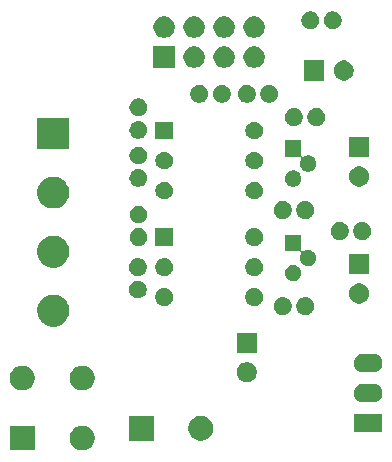
<source format=gbr>
G04 #@! TF.GenerationSoftware,KiCad,Pcbnew,(5.1.5)-3*
G04 #@! TF.CreationDate,2020-04-11T23:24:35-04:00*
G04 #@! TF.ProjectId,Doorbell,446f6f72-6265-46c6-9c2e-6b696361645f,v1*
G04 #@! TF.SameCoordinates,Original*
G04 #@! TF.FileFunction,Soldermask,Bot*
G04 #@! TF.FilePolarity,Negative*
%FSLAX46Y46*%
G04 Gerber Fmt 4.6, Leading zero omitted, Abs format (unit mm)*
G04 Created by KiCad (PCBNEW (5.1.5)-3) date 2020-04-11 23:24:35*
%MOMM*%
%LPD*%
G04 APERTURE LIST*
%ADD10C,0.100000*%
G04 APERTURE END LIST*
D10*
G36*
X139689064Y-100335389D02*
G01*
X139880333Y-100414615D01*
X139880335Y-100414616D01*
X140052473Y-100529635D01*
X140198865Y-100676027D01*
X140299785Y-100827064D01*
X140313885Y-100848167D01*
X140393111Y-101039436D01*
X140433500Y-101242484D01*
X140433500Y-101449516D01*
X140393111Y-101652564D01*
X140313885Y-101843833D01*
X140313884Y-101843835D01*
X140198865Y-102015973D01*
X140052473Y-102162365D01*
X139880335Y-102277384D01*
X139880334Y-102277385D01*
X139880333Y-102277385D01*
X139689064Y-102356611D01*
X139486016Y-102397000D01*
X139278984Y-102397000D01*
X139075936Y-102356611D01*
X138884667Y-102277385D01*
X138884666Y-102277385D01*
X138884665Y-102277384D01*
X138712527Y-102162365D01*
X138566135Y-102015973D01*
X138451116Y-101843835D01*
X138451115Y-101843833D01*
X138371889Y-101652564D01*
X138331500Y-101449516D01*
X138331500Y-101242484D01*
X138371889Y-101039436D01*
X138451115Y-100848167D01*
X138465216Y-100827064D01*
X138566135Y-100676027D01*
X138712527Y-100529635D01*
X138884665Y-100414616D01*
X138884667Y-100414615D01*
X139075936Y-100335389D01*
X139278984Y-100295000D01*
X139486016Y-100295000D01*
X139689064Y-100335389D01*
G37*
G36*
X135353500Y-102397000D02*
G01*
X133251500Y-102397000D01*
X133251500Y-100295000D01*
X135353500Y-100295000D01*
X135353500Y-102397000D01*
G37*
G36*
X145450000Y-101571500D02*
G01*
X143348000Y-101571500D01*
X143348000Y-99469500D01*
X145450000Y-99469500D01*
X145450000Y-101571500D01*
G37*
G36*
X149705564Y-99509889D02*
G01*
X149896833Y-99589115D01*
X149896835Y-99589116D01*
X150068973Y-99704135D01*
X150215365Y-99850527D01*
X150330385Y-100022667D01*
X150409611Y-100213936D01*
X150450000Y-100416984D01*
X150450000Y-100624016D01*
X150409611Y-100827064D01*
X150330385Y-101018333D01*
X150330384Y-101018335D01*
X150215365Y-101190473D01*
X150068973Y-101336865D01*
X149896835Y-101451884D01*
X149896834Y-101451885D01*
X149896833Y-101451885D01*
X149705564Y-101531111D01*
X149502516Y-101571500D01*
X149295484Y-101571500D01*
X149092436Y-101531111D01*
X148901167Y-101451885D01*
X148901166Y-101451885D01*
X148901165Y-101451884D01*
X148729027Y-101336865D01*
X148582635Y-101190473D01*
X148467616Y-101018335D01*
X148467615Y-101018333D01*
X148388389Y-100827064D01*
X148348000Y-100624016D01*
X148348000Y-100416984D01*
X148388389Y-100213936D01*
X148467615Y-100022667D01*
X148582635Y-99850527D01*
X148729027Y-99704135D01*
X148901165Y-99589116D01*
X148901167Y-99589115D01*
X149092436Y-99509889D01*
X149295484Y-99469500D01*
X149502516Y-99469500D01*
X149705564Y-99509889D01*
G37*
G36*
X164777000Y-100877000D02*
G01*
X162375000Y-100877000D01*
X162375000Y-99275000D01*
X164777000Y-99275000D01*
X164777000Y-100877000D01*
G37*
G36*
X164054571Y-96738863D02*
G01*
X164133023Y-96746590D01*
X164233682Y-96777125D01*
X164284013Y-96792392D01*
X164423165Y-96866771D01*
X164545133Y-96966867D01*
X164645229Y-97088835D01*
X164719608Y-97227987D01*
X164719608Y-97227988D01*
X164765410Y-97378977D01*
X164780875Y-97536000D01*
X164765410Y-97693023D01*
X164734875Y-97793682D01*
X164719608Y-97844013D01*
X164645229Y-97983165D01*
X164545133Y-98105133D01*
X164423165Y-98205229D01*
X164284013Y-98279608D01*
X164233682Y-98294875D01*
X164133023Y-98325410D01*
X164054571Y-98333137D01*
X164015346Y-98337000D01*
X163136654Y-98337000D01*
X163097429Y-98333137D01*
X163018977Y-98325410D01*
X162918318Y-98294875D01*
X162867987Y-98279608D01*
X162728835Y-98205229D01*
X162606867Y-98105133D01*
X162506771Y-97983165D01*
X162432392Y-97844013D01*
X162417125Y-97793682D01*
X162386590Y-97693023D01*
X162371125Y-97536000D01*
X162386590Y-97378977D01*
X162432392Y-97227988D01*
X162432392Y-97227987D01*
X162506771Y-97088835D01*
X162606867Y-96966867D01*
X162728835Y-96866771D01*
X162867987Y-96792392D01*
X162918318Y-96777125D01*
X163018977Y-96746590D01*
X163097429Y-96738863D01*
X163136654Y-96735000D01*
X164015346Y-96735000D01*
X164054571Y-96738863D01*
G37*
G36*
X134609064Y-95255389D02*
G01*
X134800333Y-95334615D01*
X134800335Y-95334616D01*
X134865862Y-95378400D01*
X134972473Y-95449635D01*
X135118865Y-95596027D01*
X135233885Y-95768167D01*
X135313111Y-95959436D01*
X135353500Y-96162484D01*
X135353500Y-96369516D01*
X135313111Y-96572564D01*
X135245828Y-96735000D01*
X135233884Y-96763835D01*
X135118865Y-96935973D01*
X134972473Y-97082365D01*
X134800335Y-97197384D01*
X134800334Y-97197385D01*
X134800333Y-97197385D01*
X134609064Y-97276611D01*
X134406016Y-97317000D01*
X134198984Y-97317000D01*
X133995936Y-97276611D01*
X133804667Y-97197385D01*
X133804666Y-97197385D01*
X133804665Y-97197384D01*
X133632527Y-97082365D01*
X133486135Y-96935973D01*
X133371116Y-96763835D01*
X133359172Y-96735000D01*
X133291889Y-96572564D01*
X133251500Y-96369516D01*
X133251500Y-96162484D01*
X133291889Y-95959436D01*
X133371115Y-95768167D01*
X133486135Y-95596027D01*
X133632527Y-95449635D01*
X133739138Y-95378400D01*
X133804665Y-95334616D01*
X133804667Y-95334615D01*
X133995936Y-95255389D01*
X134198984Y-95215000D01*
X134406016Y-95215000D01*
X134609064Y-95255389D01*
G37*
G36*
X139689064Y-95255389D02*
G01*
X139880333Y-95334615D01*
X139880335Y-95334616D01*
X139945862Y-95378400D01*
X140052473Y-95449635D01*
X140198865Y-95596027D01*
X140313885Y-95768167D01*
X140393111Y-95959436D01*
X140433500Y-96162484D01*
X140433500Y-96369516D01*
X140393111Y-96572564D01*
X140325828Y-96735000D01*
X140313884Y-96763835D01*
X140198865Y-96935973D01*
X140052473Y-97082365D01*
X139880335Y-97197384D01*
X139880334Y-97197385D01*
X139880333Y-97197385D01*
X139689064Y-97276611D01*
X139486016Y-97317000D01*
X139278984Y-97317000D01*
X139075936Y-97276611D01*
X138884667Y-97197385D01*
X138884666Y-97197385D01*
X138884665Y-97197384D01*
X138712527Y-97082365D01*
X138566135Y-96935973D01*
X138451116Y-96763835D01*
X138439172Y-96735000D01*
X138371889Y-96572564D01*
X138331500Y-96369516D01*
X138331500Y-96162484D01*
X138371889Y-95959436D01*
X138451115Y-95768167D01*
X138566135Y-95596027D01*
X138712527Y-95449635D01*
X138819138Y-95378400D01*
X138884665Y-95334616D01*
X138884667Y-95334615D01*
X139075936Y-95255389D01*
X139278984Y-95215000D01*
X139486016Y-95215000D01*
X139689064Y-95255389D01*
G37*
G36*
X153537228Y-94963203D02*
G01*
X153692100Y-95027353D01*
X153831481Y-95120485D01*
X153950015Y-95239019D01*
X154043147Y-95378400D01*
X154107297Y-95533272D01*
X154140000Y-95697684D01*
X154140000Y-95865316D01*
X154107297Y-96029728D01*
X154043147Y-96184600D01*
X153950015Y-96323981D01*
X153831481Y-96442515D01*
X153692100Y-96535647D01*
X153537228Y-96599797D01*
X153372816Y-96632500D01*
X153205184Y-96632500D01*
X153040772Y-96599797D01*
X152885900Y-96535647D01*
X152746519Y-96442515D01*
X152627985Y-96323981D01*
X152534853Y-96184600D01*
X152470703Y-96029728D01*
X152438000Y-95865316D01*
X152438000Y-95697684D01*
X152470703Y-95533272D01*
X152534853Y-95378400D01*
X152627985Y-95239019D01*
X152746519Y-95120485D01*
X152885900Y-95027353D01*
X153040772Y-94963203D01*
X153205184Y-94930500D01*
X153372816Y-94930500D01*
X153537228Y-94963203D01*
G37*
G36*
X164054571Y-94198863D02*
G01*
X164133023Y-94206590D01*
X164233682Y-94237125D01*
X164284013Y-94252392D01*
X164423165Y-94326771D01*
X164545133Y-94426867D01*
X164645229Y-94548835D01*
X164719608Y-94687987D01*
X164719608Y-94687988D01*
X164765410Y-94838977D01*
X164780875Y-94996000D01*
X164765410Y-95153023D01*
X164746609Y-95215000D01*
X164719608Y-95304013D01*
X164645229Y-95443165D01*
X164545133Y-95565133D01*
X164423165Y-95665229D01*
X164284013Y-95739608D01*
X164233682Y-95754875D01*
X164133023Y-95785410D01*
X164054571Y-95793137D01*
X164015346Y-95797000D01*
X163136654Y-95797000D01*
X163097429Y-95793137D01*
X163018977Y-95785410D01*
X162918318Y-95754875D01*
X162867987Y-95739608D01*
X162728835Y-95665229D01*
X162606867Y-95565133D01*
X162506771Y-95443165D01*
X162432392Y-95304013D01*
X162405391Y-95215000D01*
X162386590Y-95153023D01*
X162371125Y-94996000D01*
X162386590Y-94838977D01*
X162432392Y-94687988D01*
X162432392Y-94687987D01*
X162506771Y-94548835D01*
X162606867Y-94426867D01*
X162728835Y-94326771D01*
X162867987Y-94252392D01*
X162918318Y-94237125D01*
X163018977Y-94206590D01*
X163097429Y-94198863D01*
X163136654Y-94195000D01*
X164015346Y-94195000D01*
X164054571Y-94198863D01*
G37*
G36*
X154140000Y-94132500D02*
G01*
X152438000Y-94132500D01*
X152438000Y-92430500D01*
X154140000Y-92430500D01*
X154140000Y-94132500D01*
G37*
G36*
X137312772Y-89265918D02*
G01*
X137545289Y-89362229D01*
X137558639Y-89367759D01*
X137657070Y-89433529D01*
X137763242Y-89504471D01*
X137779912Y-89515610D01*
X137968090Y-89703788D01*
X138077913Y-89868148D01*
X138115942Y-89925063D01*
X138217782Y-90170928D01*
X138269700Y-90431937D01*
X138269700Y-90698063D01*
X138242356Y-90835528D01*
X138217782Y-90959072D01*
X138115941Y-91204939D01*
X137968090Y-91426212D01*
X137779912Y-91614390D01*
X137558639Y-91762241D01*
X137558638Y-91762242D01*
X137558637Y-91762242D01*
X137312772Y-91864082D01*
X137051763Y-91916000D01*
X136785637Y-91916000D01*
X136524628Y-91864082D01*
X136278763Y-91762242D01*
X136278762Y-91762242D01*
X136278761Y-91762241D01*
X136057488Y-91614390D01*
X135869310Y-91426212D01*
X135721459Y-91204939D01*
X135619618Y-90959072D01*
X135595044Y-90835528D01*
X135567700Y-90698063D01*
X135567700Y-90431937D01*
X135619618Y-90170928D01*
X135721458Y-89925063D01*
X135759488Y-89868148D01*
X135869310Y-89703788D01*
X136057488Y-89515610D01*
X136074159Y-89504471D01*
X136180330Y-89433529D01*
X136278761Y-89367759D01*
X136292112Y-89362229D01*
X136524628Y-89265918D01*
X136785637Y-89214000D01*
X137051763Y-89214000D01*
X137312772Y-89265918D01*
G37*
G36*
X158461059Y-89447860D02*
G01*
X158543401Y-89481967D01*
X158597732Y-89504472D01*
X158720735Y-89586660D01*
X158825340Y-89691265D01*
X158873761Y-89763732D01*
X158907529Y-89814270D01*
X158929846Y-89868148D01*
X158964140Y-89950941D01*
X158993000Y-90096033D01*
X158993000Y-90243967D01*
X158964140Y-90389059D01*
X158907528Y-90525732D01*
X158825340Y-90648735D01*
X158720735Y-90753340D01*
X158597732Y-90835528D01*
X158597731Y-90835529D01*
X158597730Y-90835529D01*
X158461059Y-90892140D01*
X158315968Y-90921000D01*
X158168032Y-90921000D01*
X158022941Y-90892140D01*
X157886270Y-90835529D01*
X157886269Y-90835529D01*
X157886268Y-90835528D01*
X157763265Y-90753340D01*
X157658660Y-90648735D01*
X157576472Y-90525732D01*
X157519860Y-90389059D01*
X157491000Y-90243967D01*
X157491000Y-90096033D01*
X157519860Y-89950941D01*
X157554154Y-89868148D01*
X157576471Y-89814270D01*
X157610239Y-89763732D01*
X157658660Y-89691265D01*
X157763265Y-89586660D01*
X157886268Y-89504472D01*
X157940600Y-89481967D01*
X158022941Y-89447860D01*
X158168032Y-89419000D01*
X158315968Y-89419000D01*
X158461059Y-89447860D01*
G37*
G36*
X156561059Y-89447860D02*
G01*
X156643401Y-89481967D01*
X156697732Y-89504472D01*
X156820735Y-89586660D01*
X156925340Y-89691265D01*
X156973761Y-89763732D01*
X157007529Y-89814270D01*
X157029846Y-89868148D01*
X157064140Y-89950941D01*
X157093000Y-90096033D01*
X157093000Y-90243967D01*
X157064140Y-90389059D01*
X157007528Y-90525732D01*
X156925340Y-90648735D01*
X156820735Y-90753340D01*
X156697732Y-90835528D01*
X156697731Y-90835529D01*
X156697730Y-90835529D01*
X156561059Y-90892140D01*
X156415968Y-90921000D01*
X156268032Y-90921000D01*
X156122941Y-90892140D01*
X155986270Y-90835529D01*
X155986269Y-90835529D01*
X155986268Y-90835528D01*
X155863265Y-90753340D01*
X155758660Y-90648735D01*
X155676472Y-90525732D01*
X155619860Y-90389059D01*
X155591000Y-90243967D01*
X155591000Y-90096033D01*
X155619860Y-89950941D01*
X155654154Y-89868148D01*
X155676471Y-89814270D01*
X155710239Y-89763732D01*
X155758660Y-89691265D01*
X155863265Y-89586660D01*
X155986268Y-89504472D01*
X156040600Y-89481967D01*
X156122941Y-89447860D01*
X156268032Y-89419000D01*
X156415968Y-89419000D01*
X156561059Y-89447860D01*
G37*
G36*
X146523059Y-88685860D02*
G01*
X146659732Y-88742472D01*
X146782735Y-88824660D01*
X146887340Y-88929265D01*
X146969528Y-89052268D01*
X146969529Y-89052270D01*
X147026140Y-89188941D01*
X147055000Y-89334032D01*
X147055000Y-89481968D01*
X147048012Y-89517100D01*
X147026140Y-89627059D01*
X146969528Y-89763732D01*
X146887340Y-89886735D01*
X146782735Y-89991340D01*
X146659732Y-90073528D01*
X146659731Y-90073529D01*
X146659730Y-90073529D01*
X146523059Y-90130140D01*
X146377968Y-90159000D01*
X146230032Y-90159000D01*
X146084941Y-90130140D01*
X145948270Y-90073529D01*
X145948269Y-90073529D01*
X145948268Y-90073528D01*
X145825265Y-89991340D01*
X145720660Y-89886735D01*
X145638472Y-89763732D01*
X145581860Y-89627059D01*
X145559988Y-89517100D01*
X145553000Y-89481968D01*
X145553000Y-89334032D01*
X145581860Y-89188941D01*
X145638471Y-89052270D01*
X145638472Y-89052268D01*
X145720660Y-88929265D01*
X145825265Y-88824660D01*
X145948268Y-88742472D01*
X146084941Y-88685860D01*
X146230032Y-88657000D01*
X146377968Y-88657000D01*
X146523059Y-88685860D01*
G37*
G36*
X154143059Y-88685860D02*
G01*
X154279732Y-88742472D01*
X154402735Y-88824660D01*
X154507340Y-88929265D01*
X154589528Y-89052268D01*
X154589529Y-89052270D01*
X154646140Y-89188941D01*
X154675000Y-89334032D01*
X154675000Y-89481968D01*
X154668012Y-89517100D01*
X154646140Y-89627059D01*
X154589528Y-89763732D01*
X154507340Y-89886735D01*
X154402735Y-89991340D01*
X154279732Y-90073528D01*
X154279731Y-90073529D01*
X154279730Y-90073529D01*
X154143059Y-90130140D01*
X153997968Y-90159000D01*
X153850032Y-90159000D01*
X153704941Y-90130140D01*
X153568270Y-90073529D01*
X153568269Y-90073529D01*
X153568268Y-90073528D01*
X153445265Y-89991340D01*
X153340660Y-89886735D01*
X153258472Y-89763732D01*
X153201860Y-89627059D01*
X153179988Y-89517100D01*
X153173000Y-89481968D01*
X153173000Y-89334032D01*
X153201860Y-89188941D01*
X153258471Y-89052270D01*
X153258472Y-89052268D01*
X153340660Y-88929265D01*
X153445265Y-88824660D01*
X153568268Y-88742472D01*
X153704941Y-88685860D01*
X153850032Y-88657000D01*
X153997968Y-88657000D01*
X154143059Y-88685860D01*
G37*
G36*
X163062228Y-88295703D02*
G01*
X163217100Y-88359853D01*
X163356481Y-88452985D01*
X163475015Y-88571519D01*
X163568147Y-88710900D01*
X163632297Y-88865772D01*
X163665000Y-89030184D01*
X163665000Y-89197816D01*
X163632297Y-89362228D01*
X163568147Y-89517100D01*
X163475015Y-89656481D01*
X163356481Y-89775015D01*
X163217100Y-89868147D01*
X163062228Y-89932297D01*
X162897816Y-89965000D01*
X162730184Y-89965000D01*
X162565772Y-89932297D01*
X162410900Y-89868147D01*
X162271519Y-89775015D01*
X162152985Y-89656481D01*
X162059853Y-89517100D01*
X161995703Y-89362228D01*
X161963000Y-89197816D01*
X161963000Y-89030184D01*
X161995703Y-88865772D01*
X162059853Y-88710900D01*
X162152985Y-88571519D01*
X162271519Y-88452985D01*
X162410900Y-88359853D01*
X162565772Y-88295703D01*
X162730184Y-88263000D01*
X162897816Y-88263000D01*
X163062228Y-88295703D01*
G37*
G36*
X144300559Y-88045860D02*
G01*
X144375738Y-88077000D01*
X144437232Y-88102472D01*
X144560235Y-88184660D01*
X144664840Y-88289265D01*
X144712005Y-88359853D01*
X144747029Y-88412270D01*
X144803640Y-88548941D01*
X144832500Y-88694032D01*
X144832500Y-88841968D01*
X144803640Y-88987059D01*
X144776630Y-89052268D01*
X144747028Y-89123732D01*
X144664840Y-89246735D01*
X144560235Y-89351340D01*
X144437232Y-89433528D01*
X144437231Y-89433529D01*
X144437230Y-89433529D01*
X144300559Y-89490140D01*
X144155468Y-89519000D01*
X144007532Y-89519000D01*
X143862441Y-89490140D01*
X143725770Y-89433529D01*
X143725769Y-89433529D01*
X143725768Y-89433528D01*
X143602765Y-89351340D01*
X143498160Y-89246735D01*
X143415972Y-89123732D01*
X143386371Y-89052268D01*
X143359360Y-88987059D01*
X143330500Y-88841968D01*
X143330500Y-88694032D01*
X143359360Y-88548941D01*
X143415971Y-88412270D01*
X143450995Y-88359853D01*
X143498160Y-88289265D01*
X143602765Y-88184660D01*
X143725768Y-88102472D01*
X143787263Y-88077000D01*
X143862441Y-88045860D01*
X144007532Y-88017000D01*
X144155468Y-88017000D01*
X144300559Y-88045860D01*
G37*
G36*
X157430473Y-86701938D02*
G01*
X157558049Y-86754782D01*
X157672859Y-86831495D01*
X157770505Y-86929141D01*
X157847218Y-87043951D01*
X157900062Y-87171527D01*
X157927000Y-87306956D01*
X157927000Y-87445044D01*
X157900062Y-87580473D01*
X157847218Y-87708049D01*
X157770505Y-87822859D01*
X157672859Y-87920505D01*
X157558049Y-87997218D01*
X157430473Y-88050062D01*
X157295044Y-88077000D01*
X157156956Y-88077000D01*
X157021527Y-88050062D01*
X156893951Y-87997218D01*
X156779141Y-87920505D01*
X156681495Y-87822859D01*
X156604782Y-87708049D01*
X156551938Y-87580473D01*
X156525000Y-87445044D01*
X156525000Y-87306956D01*
X156551938Y-87171527D01*
X156604782Y-87043951D01*
X156681495Y-86929141D01*
X156779141Y-86831495D01*
X156893951Y-86754782D01*
X157021527Y-86701938D01*
X157156956Y-86675000D01*
X157295044Y-86675000D01*
X157430473Y-86701938D01*
G37*
G36*
X144300559Y-86145860D02*
G01*
X144371011Y-86175042D01*
X144437232Y-86202472D01*
X144560235Y-86284660D01*
X144664840Y-86389265D01*
X144697436Y-86438049D01*
X144747029Y-86512270D01*
X144789329Y-86614391D01*
X144803640Y-86648941D01*
X144832500Y-86794033D01*
X144832500Y-86941967D01*
X144803640Y-87087059D01*
X144747028Y-87223732D01*
X144664840Y-87346735D01*
X144560235Y-87451340D01*
X144437232Y-87533528D01*
X144437231Y-87533529D01*
X144437230Y-87533529D01*
X144300559Y-87590140D01*
X144155468Y-87619000D01*
X144007532Y-87619000D01*
X143862441Y-87590140D01*
X143725770Y-87533529D01*
X143725769Y-87533529D01*
X143725768Y-87533528D01*
X143602765Y-87451340D01*
X143498160Y-87346735D01*
X143415972Y-87223732D01*
X143359360Y-87087059D01*
X143330500Y-86941967D01*
X143330500Y-86794033D01*
X143359360Y-86648941D01*
X143373671Y-86614391D01*
X143415971Y-86512270D01*
X143465564Y-86438049D01*
X143498160Y-86389265D01*
X143602765Y-86284660D01*
X143725768Y-86202472D01*
X143791990Y-86175042D01*
X143862441Y-86145860D01*
X144007532Y-86117000D01*
X144155468Y-86117000D01*
X144300559Y-86145860D01*
G37*
G36*
X146523059Y-86145860D02*
G01*
X146593511Y-86175042D01*
X146659732Y-86202472D01*
X146782735Y-86284660D01*
X146887340Y-86389265D01*
X146919936Y-86438049D01*
X146969529Y-86512270D01*
X147011829Y-86614391D01*
X147026140Y-86648941D01*
X147055000Y-86794033D01*
X147055000Y-86941967D01*
X147026140Y-87087059D01*
X146969528Y-87223732D01*
X146887340Y-87346735D01*
X146782735Y-87451340D01*
X146659732Y-87533528D01*
X146659731Y-87533529D01*
X146659730Y-87533529D01*
X146523059Y-87590140D01*
X146377968Y-87619000D01*
X146230032Y-87619000D01*
X146084941Y-87590140D01*
X145948270Y-87533529D01*
X145948269Y-87533529D01*
X145948268Y-87533528D01*
X145825265Y-87451340D01*
X145720660Y-87346735D01*
X145638472Y-87223732D01*
X145581860Y-87087059D01*
X145553000Y-86941967D01*
X145553000Y-86794033D01*
X145581860Y-86648941D01*
X145596171Y-86614391D01*
X145638471Y-86512270D01*
X145688064Y-86438049D01*
X145720660Y-86389265D01*
X145825265Y-86284660D01*
X145948268Y-86202472D01*
X146014490Y-86175042D01*
X146084941Y-86145860D01*
X146230032Y-86117000D01*
X146377968Y-86117000D01*
X146523059Y-86145860D01*
G37*
G36*
X154143059Y-86145860D02*
G01*
X154213511Y-86175042D01*
X154279732Y-86202472D01*
X154402735Y-86284660D01*
X154507340Y-86389265D01*
X154539936Y-86438049D01*
X154589529Y-86512270D01*
X154631829Y-86614391D01*
X154646140Y-86648941D01*
X154675000Y-86794033D01*
X154675000Y-86941967D01*
X154646140Y-87087059D01*
X154589528Y-87223732D01*
X154507340Y-87346735D01*
X154402735Y-87451340D01*
X154279732Y-87533528D01*
X154279731Y-87533529D01*
X154279730Y-87533529D01*
X154143059Y-87590140D01*
X153997968Y-87619000D01*
X153850032Y-87619000D01*
X153704941Y-87590140D01*
X153568270Y-87533529D01*
X153568269Y-87533529D01*
X153568268Y-87533528D01*
X153445265Y-87451340D01*
X153340660Y-87346735D01*
X153258472Y-87223732D01*
X153201860Y-87087059D01*
X153173000Y-86941967D01*
X153173000Y-86794033D01*
X153201860Y-86648941D01*
X153216171Y-86614391D01*
X153258471Y-86512270D01*
X153308064Y-86438049D01*
X153340660Y-86389265D01*
X153445265Y-86284660D01*
X153568268Y-86202472D01*
X153634490Y-86175042D01*
X153704941Y-86145860D01*
X153850032Y-86117000D01*
X153997968Y-86117000D01*
X154143059Y-86145860D01*
G37*
G36*
X163665000Y-87465000D02*
G01*
X161963000Y-87465000D01*
X161963000Y-85763000D01*
X163665000Y-85763000D01*
X163665000Y-87465000D01*
G37*
G36*
X137253017Y-84254032D02*
G01*
X137312772Y-84265918D01*
X137558639Y-84367759D01*
X137609836Y-84401968D01*
X137734892Y-84485528D01*
X137779912Y-84515610D01*
X137968090Y-84703788D01*
X138106774Y-84911341D01*
X138115942Y-84925063D01*
X138217782Y-85170928D01*
X138269700Y-85431937D01*
X138269700Y-85698063D01*
X138217782Y-85959072D01*
X138115942Y-86204937D01*
X137968091Y-86426211D01*
X137779911Y-86614391D01*
X137689203Y-86675000D01*
X137558639Y-86762241D01*
X137558638Y-86762242D01*
X137558637Y-86762242D01*
X137312772Y-86864082D01*
X137051763Y-86916000D01*
X136785637Y-86916000D01*
X136524628Y-86864082D01*
X136278763Y-86762242D01*
X136278762Y-86762242D01*
X136278761Y-86762241D01*
X136148197Y-86675000D01*
X136057489Y-86614391D01*
X135869309Y-86426211D01*
X135721458Y-86204937D01*
X135619618Y-85959072D01*
X135567700Y-85698063D01*
X135567700Y-85431937D01*
X135619618Y-85170928D01*
X135721458Y-84925063D01*
X135730627Y-84911341D01*
X135869310Y-84703788D01*
X136057488Y-84515610D01*
X136102509Y-84485528D01*
X136227564Y-84401968D01*
X136278761Y-84367759D01*
X136524628Y-84265918D01*
X136584383Y-84254032D01*
X136785637Y-84214000D01*
X137051763Y-84214000D01*
X137253017Y-84254032D01*
G37*
G36*
X157927000Y-85409251D02*
G01*
X157929402Y-85433637D01*
X157936515Y-85457086D01*
X157948066Y-85478697D01*
X157963611Y-85497639D01*
X157982553Y-85513184D01*
X158004164Y-85524735D01*
X158027613Y-85531848D01*
X158051999Y-85534250D01*
X158076385Y-85531848D01*
X158099834Y-85524735D01*
X158121444Y-85513184D01*
X158163951Y-85484782D01*
X158291527Y-85431938D01*
X158426956Y-85405000D01*
X158565044Y-85405000D01*
X158700473Y-85431938D01*
X158828049Y-85484782D01*
X158942859Y-85561495D01*
X159040505Y-85659141D01*
X159117218Y-85773951D01*
X159170062Y-85901527D01*
X159197000Y-86036956D01*
X159197000Y-86175044D01*
X159170062Y-86310473D01*
X159117218Y-86438049D01*
X159040505Y-86552859D01*
X158942859Y-86650505D01*
X158828049Y-86727218D01*
X158700473Y-86780062D01*
X158565044Y-86807000D01*
X158426956Y-86807000D01*
X158291527Y-86780062D01*
X158163951Y-86727218D01*
X158049141Y-86650505D01*
X157951495Y-86552859D01*
X157874782Y-86438049D01*
X157821938Y-86310473D01*
X157795000Y-86175044D01*
X157795000Y-86036956D01*
X157821938Y-85901527D01*
X157874782Y-85773951D01*
X157903184Y-85731444D01*
X157914735Y-85709833D01*
X157921848Y-85686384D01*
X157924250Y-85661998D01*
X157921848Y-85637612D01*
X157914735Y-85614163D01*
X157903183Y-85592553D01*
X157887638Y-85573611D01*
X157868696Y-85558066D01*
X157847085Y-85546515D01*
X157823636Y-85539402D01*
X157799251Y-85537000D01*
X156525000Y-85537000D01*
X156525000Y-84135000D01*
X157927000Y-84135000D01*
X157927000Y-85409251D01*
G37*
G36*
X147055000Y-85079000D02*
G01*
X145553000Y-85079000D01*
X145553000Y-83577000D01*
X147055000Y-83577000D01*
X147055000Y-85079000D01*
G37*
G36*
X144339329Y-83600941D02*
G01*
X144364059Y-83605860D01*
X144500732Y-83662472D01*
X144623735Y-83744660D01*
X144728340Y-83849265D01*
X144810528Y-83972268D01*
X144810529Y-83972270D01*
X144867140Y-84108941D01*
X144896000Y-84254032D01*
X144896000Y-84401968D01*
X144868118Y-84542140D01*
X144867140Y-84547059D01*
X144810528Y-84683732D01*
X144728340Y-84806735D01*
X144623735Y-84911340D01*
X144500732Y-84993528D01*
X144500731Y-84993529D01*
X144500730Y-84993529D01*
X144364059Y-85050140D01*
X144218968Y-85079000D01*
X144071032Y-85079000D01*
X143925941Y-85050140D01*
X143789270Y-84993529D01*
X143789269Y-84993529D01*
X143789268Y-84993528D01*
X143666265Y-84911340D01*
X143561660Y-84806735D01*
X143479472Y-84683732D01*
X143422860Y-84547059D01*
X143421882Y-84542140D01*
X143394000Y-84401968D01*
X143394000Y-84254032D01*
X143422860Y-84108941D01*
X143479471Y-83972270D01*
X143479472Y-83972268D01*
X143561660Y-83849265D01*
X143666265Y-83744660D01*
X143789268Y-83662472D01*
X143925941Y-83605860D01*
X143950671Y-83600941D01*
X144071032Y-83577000D01*
X144218968Y-83577000D01*
X144339329Y-83600941D01*
G37*
G36*
X154118329Y-83600941D02*
G01*
X154143059Y-83605860D01*
X154279732Y-83662472D01*
X154402735Y-83744660D01*
X154507340Y-83849265D01*
X154589528Y-83972268D01*
X154589529Y-83972270D01*
X154646140Y-84108941D01*
X154675000Y-84254032D01*
X154675000Y-84401968D01*
X154647118Y-84542140D01*
X154646140Y-84547059D01*
X154589528Y-84683732D01*
X154507340Y-84806735D01*
X154402735Y-84911340D01*
X154279732Y-84993528D01*
X154279731Y-84993529D01*
X154279730Y-84993529D01*
X154143059Y-85050140D01*
X153997968Y-85079000D01*
X153850032Y-85079000D01*
X153704941Y-85050140D01*
X153568270Y-84993529D01*
X153568269Y-84993529D01*
X153568268Y-84993528D01*
X153445265Y-84911340D01*
X153340660Y-84806735D01*
X153258472Y-84683732D01*
X153201860Y-84547059D01*
X153200882Y-84542140D01*
X153173000Y-84401968D01*
X153173000Y-84254032D01*
X153201860Y-84108941D01*
X153258471Y-83972270D01*
X153258472Y-83972268D01*
X153340660Y-83849265D01*
X153445265Y-83744660D01*
X153568268Y-83662472D01*
X153704941Y-83605860D01*
X153729671Y-83600941D01*
X153850032Y-83577000D01*
X153997968Y-83577000D01*
X154118329Y-83600941D01*
G37*
G36*
X163265280Y-83093528D02*
G01*
X163287059Y-83097860D01*
X163423732Y-83154472D01*
X163546735Y-83236660D01*
X163651340Y-83341265D01*
X163733528Y-83464268D01*
X163790140Y-83600941D01*
X163819000Y-83746033D01*
X163819000Y-83893967D01*
X163790140Y-84039059D01*
X163733528Y-84175732D01*
X163651340Y-84298735D01*
X163546735Y-84403340D01*
X163423732Y-84485528D01*
X163423731Y-84485529D01*
X163423730Y-84485529D01*
X163287059Y-84542140D01*
X163141968Y-84571000D01*
X162994032Y-84571000D01*
X162848941Y-84542140D01*
X162712270Y-84485529D01*
X162712269Y-84485529D01*
X162712268Y-84485528D01*
X162589265Y-84403340D01*
X162484660Y-84298735D01*
X162402472Y-84175732D01*
X162345860Y-84039059D01*
X162317000Y-83893967D01*
X162317000Y-83746033D01*
X162345860Y-83600941D01*
X162402472Y-83464268D01*
X162484660Y-83341265D01*
X162589265Y-83236660D01*
X162712268Y-83154472D01*
X162848941Y-83097860D01*
X162870720Y-83093528D01*
X162994032Y-83069000D01*
X163141968Y-83069000D01*
X163265280Y-83093528D01*
G37*
G36*
X161365280Y-83093528D02*
G01*
X161387059Y-83097860D01*
X161523732Y-83154472D01*
X161646735Y-83236660D01*
X161751340Y-83341265D01*
X161833528Y-83464268D01*
X161890140Y-83600941D01*
X161919000Y-83746033D01*
X161919000Y-83893967D01*
X161890140Y-84039059D01*
X161833528Y-84175732D01*
X161751340Y-84298735D01*
X161646735Y-84403340D01*
X161523732Y-84485528D01*
X161523731Y-84485529D01*
X161523730Y-84485529D01*
X161387059Y-84542140D01*
X161241968Y-84571000D01*
X161094032Y-84571000D01*
X160948941Y-84542140D01*
X160812270Y-84485529D01*
X160812269Y-84485529D01*
X160812268Y-84485528D01*
X160689265Y-84403340D01*
X160584660Y-84298735D01*
X160502472Y-84175732D01*
X160445860Y-84039059D01*
X160417000Y-83893967D01*
X160417000Y-83746033D01*
X160445860Y-83600941D01*
X160502472Y-83464268D01*
X160584660Y-83341265D01*
X160689265Y-83236660D01*
X160812268Y-83154472D01*
X160948941Y-83097860D01*
X160970720Y-83093528D01*
X161094032Y-83069000D01*
X161241968Y-83069000D01*
X161365280Y-83093528D01*
G37*
G36*
X144364059Y-81705860D02*
G01*
X144500175Y-81762241D01*
X144500732Y-81762472D01*
X144623735Y-81844660D01*
X144728340Y-81949265D01*
X144810528Y-82072268D01*
X144867140Y-82208941D01*
X144896000Y-82354033D01*
X144896000Y-82501967D01*
X144867140Y-82647059D01*
X144810528Y-82783732D01*
X144728340Y-82906735D01*
X144623735Y-83011340D01*
X144500732Y-83093528D01*
X144500731Y-83093529D01*
X144500730Y-83093529D01*
X144364059Y-83150140D01*
X144218968Y-83179000D01*
X144071032Y-83179000D01*
X143925941Y-83150140D01*
X143789270Y-83093529D01*
X143789269Y-83093529D01*
X143789268Y-83093528D01*
X143666265Y-83011340D01*
X143561660Y-82906735D01*
X143479472Y-82783732D01*
X143422860Y-82647059D01*
X143394000Y-82501967D01*
X143394000Y-82354033D01*
X143422860Y-82208941D01*
X143479472Y-82072268D01*
X143561660Y-81949265D01*
X143666265Y-81844660D01*
X143789268Y-81762472D01*
X143789826Y-81762241D01*
X143925941Y-81705860D01*
X144071032Y-81677000D01*
X144218968Y-81677000D01*
X144364059Y-81705860D01*
G37*
G36*
X156561059Y-81319860D02*
G01*
X156697732Y-81376472D01*
X156820735Y-81458660D01*
X156925340Y-81563265D01*
X157007528Y-81686268D01*
X157064140Y-81822941D01*
X157093000Y-81968033D01*
X157093000Y-82115967D01*
X157064140Y-82261059D01*
X157007528Y-82397732D01*
X156925340Y-82520735D01*
X156820735Y-82625340D01*
X156697732Y-82707528D01*
X156697731Y-82707529D01*
X156697730Y-82707529D01*
X156561059Y-82764140D01*
X156415968Y-82793000D01*
X156268032Y-82793000D01*
X156122941Y-82764140D01*
X155986270Y-82707529D01*
X155986269Y-82707529D01*
X155986268Y-82707528D01*
X155863265Y-82625340D01*
X155758660Y-82520735D01*
X155676472Y-82397732D01*
X155619860Y-82261059D01*
X155591000Y-82115967D01*
X155591000Y-81968033D01*
X155619860Y-81822941D01*
X155676472Y-81686268D01*
X155758660Y-81563265D01*
X155863265Y-81458660D01*
X155986268Y-81376472D01*
X156122941Y-81319860D01*
X156268032Y-81291000D01*
X156415968Y-81291000D01*
X156561059Y-81319860D01*
G37*
G36*
X158461059Y-81319860D02*
G01*
X158597732Y-81376472D01*
X158720735Y-81458660D01*
X158825340Y-81563265D01*
X158907528Y-81686268D01*
X158964140Y-81822941D01*
X158993000Y-81968033D01*
X158993000Y-82115967D01*
X158964140Y-82261059D01*
X158907528Y-82397732D01*
X158825340Y-82520735D01*
X158720735Y-82625340D01*
X158597732Y-82707528D01*
X158597731Y-82707529D01*
X158597730Y-82707529D01*
X158461059Y-82764140D01*
X158315968Y-82793000D01*
X158168032Y-82793000D01*
X158022941Y-82764140D01*
X157886270Y-82707529D01*
X157886269Y-82707529D01*
X157886268Y-82707528D01*
X157763265Y-82625340D01*
X157658660Y-82520735D01*
X157576472Y-82397732D01*
X157519860Y-82261059D01*
X157491000Y-82115967D01*
X157491000Y-81968033D01*
X157519860Y-81822941D01*
X157576472Y-81686268D01*
X157658660Y-81563265D01*
X157763265Y-81458660D01*
X157886268Y-81376472D01*
X158022941Y-81319860D01*
X158168032Y-81291000D01*
X158315968Y-81291000D01*
X158461059Y-81319860D01*
G37*
G36*
X137237935Y-79251032D02*
G01*
X137312772Y-79265918D01*
X137558639Y-79367759D01*
X137605346Y-79398968D01*
X137779911Y-79515609D01*
X137968091Y-79703789D01*
X138034872Y-79803733D01*
X138112229Y-79919505D01*
X138115942Y-79925063D01*
X138217782Y-80170928D01*
X138269700Y-80431937D01*
X138269700Y-80698063D01*
X138217782Y-80959072D01*
X138115942Y-81204937D01*
X138001326Y-81376472D01*
X137968090Y-81426212D01*
X137779912Y-81614390D01*
X137558639Y-81762241D01*
X137558638Y-81762242D01*
X137558637Y-81762242D01*
X137312772Y-81864082D01*
X137051763Y-81916000D01*
X136785637Y-81916000D01*
X136524628Y-81864082D01*
X136278763Y-81762242D01*
X136278762Y-81762242D01*
X136278761Y-81762241D01*
X136057488Y-81614390D01*
X135869310Y-81426212D01*
X135836075Y-81376472D01*
X135721458Y-81204937D01*
X135619618Y-80959072D01*
X135567700Y-80698063D01*
X135567700Y-80431937D01*
X135619618Y-80170928D01*
X135721458Y-79925063D01*
X135725172Y-79919505D01*
X135802528Y-79803733D01*
X135869309Y-79703789D01*
X136057489Y-79515609D01*
X136232054Y-79398968D01*
X136278761Y-79367759D01*
X136524628Y-79265918D01*
X136599465Y-79251032D01*
X136785637Y-79214000D01*
X137051763Y-79214000D01*
X137237935Y-79251032D01*
G37*
G36*
X146534059Y-79667860D02*
G01*
X146628670Y-79707049D01*
X146670732Y-79724472D01*
X146793735Y-79806660D01*
X146898340Y-79911265D01*
X146975202Y-80026297D01*
X146980529Y-80034270D01*
X146997814Y-80076000D01*
X147037140Y-80170941D01*
X147066000Y-80316033D01*
X147066000Y-80463967D01*
X147037140Y-80609059D01*
X146980528Y-80745732D01*
X146898340Y-80868735D01*
X146793735Y-80973340D01*
X146670732Y-81055528D01*
X146670731Y-81055529D01*
X146670730Y-81055529D01*
X146534059Y-81112140D01*
X146388968Y-81141000D01*
X146241032Y-81141000D01*
X146095941Y-81112140D01*
X145959270Y-81055529D01*
X145959269Y-81055529D01*
X145959268Y-81055528D01*
X145836265Y-80973340D01*
X145731660Y-80868735D01*
X145649472Y-80745732D01*
X145592860Y-80609059D01*
X145564000Y-80463967D01*
X145564000Y-80316033D01*
X145592860Y-80170941D01*
X145632186Y-80076000D01*
X145649471Y-80034270D01*
X145654798Y-80026297D01*
X145731660Y-79911265D01*
X145836265Y-79806660D01*
X145959268Y-79724472D01*
X146001331Y-79707049D01*
X146095941Y-79667860D01*
X146241032Y-79639000D01*
X146388968Y-79639000D01*
X146534059Y-79667860D01*
G37*
G36*
X154154059Y-79667860D02*
G01*
X154248670Y-79707049D01*
X154290732Y-79724472D01*
X154413735Y-79806660D01*
X154518340Y-79911265D01*
X154595202Y-80026297D01*
X154600529Y-80034270D01*
X154617814Y-80076000D01*
X154657140Y-80170941D01*
X154686000Y-80316033D01*
X154686000Y-80463967D01*
X154657140Y-80609059D01*
X154600528Y-80745732D01*
X154518340Y-80868735D01*
X154413735Y-80973340D01*
X154290732Y-81055528D01*
X154290731Y-81055529D01*
X154290730Y-81055529D01*
X154154059Y-81112140D01*
X154008968Y-81141000D01*
X153861032Y-81141000D01*
X153715941Y-81112140D01*
X153579270Y-81055529D01*
X153579269Y-81055529D01*
X153579268Y-81055528D01*
X153456265Y-80973340D01*
X153351660Y-80868735D01*
X153269472Y-80745732D01*
X153212860Y-80609059D01*
X153184000Y-80463967D01*
X153184000Y-80316033D01*
X153212860Y-80170941D01*
X153252186Y-80076000D01*
X153269471Y-80034270D01*
X153274798Y-80026297D01*
X153351660Y-79911265D01*
X153456265Y-79806660D01*
X153579268Y-79724472D01*
X153621331Y-79707049D01*
X153715941Y-79667860D01*
X153861032Y-79639000D01*
X154008968Y-79639000D01*
X154154059Y-79667860D01*
G37*
G36*
X144344059Y-78602860D02*
G01*
X144456663Y-78649502D01*
X144480732Y-78659472D01*
X144603735Y-78741660D01*
X144708340Y-78846265D01*
X144784182Y-78959771D01*
X144790529Y-78969270D01*
X144847140Y-79105941D01*
X144859987Y-79170526D01*
X144876000Y-79251033D01*
X144876000Y-79398967D01*
X144847140Y-79544059D01*
X144790528Y-79680732D01*
X144708340Y-79803735D01*
X144603735Y-79908340D01*
X144480732Y-79990528D01*
X144480731Y-79990529D01*
X144480730Y-79990529D01*
X144344059Y-80047140D01*
X144198968Y-80076000D01*
X144051032Y-80076000D01*
X143905941Y-80047140D01*
X143769270Y-79990529D01*
X143769269Y-79990529D01*
X143769268Y-79990528D01*
X143646265Y-79908340D01*
X143541660Y-79803735D01*
X143459472Y-79680732D01*
X143402860Y-79544059D01*
X143374000Y-79398967D01*
X143374000Y-79251033D01*
X143390014Y-79170526D01*
X143402860Y-79105941D01*
X143459471Y-78969270D01*
X143465818Y-78959771D01*
X143541660Y-78846265D01*
X143646265Y-78741660D01*
X143769268Y-78659472D01*
X143793338Y-78649502D01*
X143905941Y-78602860D01*
X144051032Y-78574000D01*
X144198968Y-78574000D01*
X144344059Y-78602860D01*
G37*
G36*
X157430473Y-78700938D02*
G01*
X157558049Y-78753782D01*
X157672859Y-78830495D01*
X157770505Y-78928141D01*
X157847218Y-79042951D01*
X157900062Y-79170527D01*
X157927000Y-79305956D01*
X157927000Y-79444044D01*
X157900062Y-79579473D01*
X157847218Y-79707049D01*
X157770505Y-79821859D01*
X157672859Y-79919505D01*
X157558049Y-79996218D01*
X157430473Y-80049062D01*
X157295044Y-80076000D01*
X157156956Y-80076000D01*
X157021527Y-80049062D01*
X156893951Y-79996218D01*
X156779141Y-79919505D01*
X156681495Y-79821859D01*
X156604782Y-79707049D01*
X156551938Y-79579473D01*
X156525000Y-79444044D01*
X156525000Y-79305956D01*
X156551938Y-79170527D01*
X156604782Y-79042951D01*
X156681495Y-78928141D01*
X156779141Y-78830495D01*
X156893951Y-78753782D01*
X157021527Y-78700938D01*
X157156956Y-78674000D01*
X157295044Y-78674000D01*
X157430473Y-78700938D01*
G37*
G36*
X163062228Y-78389703D02*
G01*
X163217100Y-78453853D01*
X163356481Y-78546985D01*
X163475015Y-78665519D01*
X163568147Y-78804900D01*
X163632297Y-78959772D01*
X163665000Y-79124184D01*
X163665000Y-79291816D01*
X163632297Y-79456228D01*
X163568147Y-79611100D01*
X163475015Y-79750481D01*
X163356481Y-79869015D01*
X163217100Y-79962147D01*
X163062228Y-80026297D01*
X162897816Y-80059000D01*
X162730184Y-80059000D01*
X162565772Y-80026297D01*
X162410900Y-79962147D01*
X162271519Y-79869015D01*
X162152985Y-79750481D01*
X162059853Y-79611100D01*
X161995703Y-79456228D01*
X161963000Y-79291816D01*
X161963000Y-79124184D01*
X161995703Y-78959772D01*
X162059853Y-78804900D01*
X162152985Y-78665519D01*
X162271519Y-78546985D01*
X162410900Y-78453853D01*
X162565772Y-78389703D01*
X162730184Y-78357000D01*
X162897816Y-78357000D01*
X163062228Y-78389703D01*
G37*
G36*
X157927000Y-77408251D02*
G01*
X157929402Y-77432637D01*
X157936515Y-77456086D01*
X157948066Y-77477697D01*
X157963611Y-77496639D01*
X157982553Y-77512184D01*
X158004164Y-77523735D01*
X158027613Y-77530848D01*
X158051999Y-77533250D01*
X158076385Y-77530848D01*
X158099834Y-77523735D01*
X158121444Y-77512184D01*
X158163951Y-77483782D01*
X158291527Y-77430938D01*
X158426956Y-77404000D01*
X158565044Y-77404000D01*
X158700473Y-77430938D01*
X158828049Y-77483782D01*
X158942859Y-77560495D01*
X159040505Y-77658141D01*
X159117218Y-77772951D01*
X159170062Y-77900527D01*
X159197000Y-78035956D01*
X159197000Y-78174044D01*
X159170062Y-78309473D01*
X159117218Y-78437049D01*
X159040505Y-78551859D01*
X158942859Y-78649505D01*
X158828049Y-78726218D01*
X158700473Y-78779062D01*
X158565044Y-78806000D01*
X158426956Y-78806000D01*
X158291527Y-78779062D01*
X158163951Y-78726218D01*
X158049141Y-78649505D01*
X157951495Y-78551859D01*
X157874782Y-78437049D01*
X157821938Y-78309473D01*
X157795000Y-78174044D01*
X157795000Y-78035956D01*
X157821938Y-77900527D01*
X157874782Y-77772951D01*
X157903184Y-77730444D01*
X157914735Y-77708833D01*
X157921848Y-77685384D01*
X157924250Y-77660998D01*
X157921848Y-77636612D01*
X157914735Y-77613163D01*
X157903183Y-77591553D01*
X157887638Y-77572611D01*
X157868696Y-77557066D01*
X157847085Y-77545515D01*
X157823636Y-77538402D01*
X157799251Y-77536000D01*
X156525000Y-77536000D01*
X156525000Y-76134000D01*
X157927000Y-76134000D01*
X157927000Y-77408251D01*
G37*
G36*
X154154059Y-77127860D02*
G01*
X154290732Y-77184472D01*
X154413735Y-77266660D01*
X154518340Y-77371265D01*
X154593521Y-77483782D01*
X154600529Y-77494270D01*
X154657140Y-77630941D01*
X154686000Y-77776032D01*
X154686000Y-77923968D01*
X154657140Y-78069059D01*
X154612844Y-78176000D01*
X154600528Y-78205732D01*
X154518340Y-78328735D01*
X154413735Y-78433340D01*
X154290732Y-78515528D01*
X154290731Y-78515529D01*
X154290730Y-78515529D01*
X154154059Y-78572140D01*
X154008968Y-78601000D01*
X153861032Y-78601000D01*
X153715941Y-78572140D01*
X153579270Y-78515529D01*
X153579269Y-78515529D01*
X153579268Y-78515528D01*
X153456265Y-78433340D01*
X153351660Y-78328735D01*
X153269472Y-78205732D01*
X153257157Y-78176000D01*
X153212860Y-78069059D01*
X153184000Y-77923968D01*
X153184000Y-77776032D01*
X153212860Y-77630941D01*
X153269471Y-77494270D01*
X153276479Y-77483782D01*
X153351660Y-77371265D01*
X153456265Y-77266660D01*
X153579268Y-77184472D01*
X153715941Y-77127860D01*
X153861032Y-77099000D01*
X154008968Y-77099000D01*
X154154059Y-77127860D01*
G37*
G36*
X146534059Y-77127860D02*
G01*
X146670732Y-77184472D01*
X146793735Y-77266660D01*
X146898340Y-77371265D01*
X146973521Y-77483782D01*
X146980529Y-77494270D01*
X147037140Y-77630941D01*
X147066000Y-77776032D01*
X147066000Y-77923968D01*
X147037140Y-78069059D01*
X146992844Y-78176000D01*
X146980528Y-78205732D01*
X146898340Y-78328735D01*
X146793735Y-78433340D01*
X146670732Y-78515528D01*
X146670731Y-78515529D01*
X146670730Y-78515529D01*
X146534059Y-78572140D01*
X146388968Y-78601000D01*
X146241032Y-78601000D01*
X146095941Y-78572140D01*
X145959270Y-78515529D01*
X145959269Y-78515529D01*
X145959268Y-78515528D01*
X145836265Y-78433340D01*
X145731660Y-78328735D01*
X145649472Y-78205732D01*
X145637157Y-78176000D01*
X145592860Y-78069059D01*
X145564000Y-77923968D01*
X145564000Y-77776032D01*
X145592860Y-77630941D01*
X145649471Y-77494270D01*
X145656479Y-77483782D01*
X145731660Y-77371265D01*
X145836265Y-77266660D01*
X145959268Y-77184472D01*
X146095941Y-77127860D01*
X146241032Y-77099000D01*
X146388968Y-77099000D01*
X146534059Y-77127860D01*
G37*
G36*
X144344059Y-76702860D02*
G01*
X144480732Y-76759472D01*
X144603735Y-76841660D01*
X144708340Y-76946265D01*
X144708341Y-76946267D01*
X144790529Y-77069270D01*
X144847140Y-77205941D01*
X144876000Y-77351032D01*
X144876000Y-77498968D01*
X144847140Y-77644059D01*
X144792475Y-77776033D01*
X144790528Y-77780732D01*
X144708340Y-77903735D01*
X144603735Y-78008340D01*
X144480732Y-78090528D01*
X144480731Y-78090529D01*
X144480730Y-78090529D01*
X144344059Y-78147140D01*
X144198968Y-78176000D01*
X144051032Y-78176000D01*
X143905941Y-78147140D01*
X143769270Y-78090529D01*
X143769269Y-78090529D01*
X143769268Y-78090528D01*
X143646265Y-78008340D01*
X143541660Y-77903735D01*
X143459472Y-77780732D01*
X143457526Y-77776033D01*
X143402860Y-77644059D01*
X143374000Y-77498968D01*
X143374000Y-77351032D01*
X143402860Y-77205941D01*
X143459471Y-77069270D01*
X143541659Y-76946267D01*
X143541660Y-76946265D01*
X143646265Y-76841660D01*
X143769268Y-76759472D01*
X143905941Y-76702860D01*
X144051032Y-76674000D01*
X144198968Y-76674000D01*
X144344059Y-76702860D01*
G37*
G36*
X163665000Y-77559000D02*
G01*
X161963000Y-77559000D01*
X161963000Y-75857000D01*
X163665000Y-75857000D01*
X163665000Y-77559000D01*
G37*
G36*
X138269700Y-76916000D02*
G01*
X135567700Y-76916000D01*
X135567700Y-74214000D01*
X138269700Y-74214000D01*
X138269700Y-76916000D01*
G37*
G36*
X154137021Y-74584471D02*
G01*
X154154059Y-74587860D01*
X154290732Y-74644472D01*
X154413735Y-74726660D01*
X154518340Y-74831265D01*
X154600528Y-74954268D01*
X154600529Y-74954270D01*
X154657140Y-75090941D01*
X154686000Y-75236032D01*
X154686000Y-75383968D01*
X154657140Y-75529059D01*
X154600528Y-75665732D01*
X154518340Y-75788735D01*
X154413735Y-75893340D01*
X154290732Y-75975528D01*
X154290731Y-75975529D01*
X154290730Y-75975529D01*
X154154059Y-76032140D01*
X154008968Y-76061000D01*
X153861032Y-76061000D01*
X153715941Y-76032140D01*
X153579270Y-75975529D01*
X153579269Y-75975529D01*
X153579268Y-75975528D01*
X153456265Y-75893340D01*
X153351660Y-75788735D01*
X153269472Y-75665732D01*
X153212860Y-75529059D01*
X153184000Y-75383968D01*
X153184000Y-75236032D01*
X153212860Y-75090941D01*
X153269471Y-74954270D01*
X153269472Y-74954268D01*
X153351660Y-74831265D01*
X153456265Y-74726660D01*
X153579268Y-74644472D01*
X153715941Y-74587860D01*
X153732979Y-74584471D01*
X153861032Y-74559000D01*
X154008968Y-74559000D01*
X154137021Y-74584471D01*
G37*
G36*
X147066000Y-76061000D02*
G01*
X145564000Y-76061000D01*
X145564000Y-74559000D01*
X147066000Y-74559000D01*
X147066000Y-76061000D01*
G37*
G36*
X144344059Y-74527860D02*
G01*
X144419238Y-74559000D01*
X144480732Y-74584472D01*
X144603735Y-74666660D01*
X144708340Y-74771265D01*
X144790528Y-74894268D01*
X144790529Y-74894270D01*
X144847140Y-75030941D01*
X144859075Y-75090941D01*
X144876000Y-75176033D01*
X144876000Y-75323967D01*
X144847140Y-75469059D01*
X144790528Y-75605732D01*
X144708340Y-75728735D01*
X144603735Y-75833340D01*
X144480732Y-75915528D01*
X144480731Y-75915529D01*
X144480730Y-75915529D01*
X144344059Y-75972140D01*
X144198968Y-76001000D01*
X144051032Y-76001000D01*
X143905941Y-75972140D01*
X143769270Y-75915529D01*
X143769269Y-75915529D01*
X143769268Y-75915528D01*
X143646265Y-75833340D01*
X143541660Y-75728735D01*
X143459472Y-75605732D01*
X143402860Y-75469059D01*
X143374000Y-75323967D01*
X143374000Y-75176033D01*
X143390926Y-75090941D01*
X143402860Y-75030941D01*
X143459471Y-74894270D01*
X143459472Y-74894268D01*
X143541660Y-74771265D01*
X143646265Y-74666660D01*
X143769268Y-74584472D01*
X143830763Y-74559000D01*
X143905941Y-74527860D01*
X144051032Y-74499000D01*
X144198968Y-74499000D01*
X144344059Y-74527860D01*
G37*
G36*
X159413559Y-73445860D02*
G01*
X159550232Y-73502472D01*
X159673235Y-73584660D01*
X159777840Y-73689265D01*
X159788843Y-73705732D01*
X159860029Y-73812270D01*
X159916640Y-73948941D01*
X159945500Y-74094032D01*
X159945500Y-74241968D01*
X159916640Y-74387059D01*
X159870273Y-74499000D01*
X159860028Y-74523732D01*
X159777840Y-74646735D01*
X159673235Y-74751340D01*
X159550232Y-74833528D01*
X159550231Y-74833529D01*
X159550230Y-74833529D01*
X159413559Y-74890140D01*
X159268468Y-74919000D01*
X159120532Y-74919000D01*
X158975441Y-74890140D01*
X158838770Y-74833529D01*
X158838769Y-74833529D01*
X158838768Y-74833528D01*
X158715765Y-74751340D01*
X158611160Y-74646735D01*
X158528972Y-74523732D01*
X158518728Y-74499000D01*
X158472360Y-74387059D01*
X158443500Y-74241968D01*
X158443500Y-74094032D01*
X158472360Y-73948941D01*
X158528971Y-73812270D01*
X158600157Y-73705732D01*
X158611160Y-73689265D01*
X158715765Y-73584660D01*
X158838768Y-73502472D01*
X158975441Y-73445860D01*
X159120532Y-73417000D01*
X159268468Y-73417000D01*
X159413559Y-73445860D01*
G37*
G36*
X157513559Y-73445860D02*
G01*
X157650232Y-73502472D01*
X157773235Y-73584660D01*
X157877840Y-73689265D01*
X157888843Y-73705732D01*
X157960029Y-73812270D01*
X158016640Y-73948941D01*
X158045500Y-74094032D01*
X158045500Y-74241968D01*
X158016640Y-74387059D01*
X157970273Y-74499000D01*
X157960028Y-74523732D01*
X157877840Y-74646735D01*
X157773235Y-74751340D01*
X157650232Y-74833528D01*
X157650231Y-74833529D01*
X157650230Y-74833529D01*
X157513559Y-74890140D01*
X157368468Y-74919000D01*
X157220532Y-74919000D01*
X157075441Y-74890140D01*
X156938770Y-74833529D01*
X156938769Y-74833529D01*
X156938768Y-74833528D01*
X156815765Y-74751340D01*
X156711160Y-74646735D01*
X156628972Y-74523732D01*
X156618728Y-74499000D01*
X156572360Y-74387059D01*
X156543500Y-74241968D01*
X156543500Y-74094032D01*
X156572360Y-73948941D01*
X156628971Y-73812270D01*
X156700157Y-73705732D01*
X156711160Y-73689265D01*
X156815765Y-73584660D01*
X156938768Y-73502472D01*
X157075441Y-73445860D01*
X157220532Y-73417000D01*
X157368468Y-73417000D01*
X157513559Y-73445860D01*
G37*
G36*
X144344059Y-72627860D02*
G01*
X144480732Y-72684472D01*
X144603735Y-72766660D01*
X144708340Y-72871265D01*
X144790528Y-72994268D01*
X144847140Y-73130941D01*
X144876000Y-73276033D01*
X144876000Y-73423967D01*
X144847140Y-73569059D01*
X144790528Y-73705732D01*
X144708340Y-73828735D01*
X144603735Y-73933340D01*
X144480732Y-74015528D01*
X144480731Y-74015529D01*
X144480730Y-74015529D01*
X144344059Y-74072140D01*
X144198968Y-74101000D01*
X144051032Y-74101000D01*
X143905941Y-74072140D01*
X143769270Y-74015529D01*
X143769269Y-74015529D01*
X143769268Y-74015528D01*
X143646265Y-73933340D01*
X143541660Y-73828735D01*
X143459472Y-73705732D01*
X143402860Y-73569059D01*
X143374000Y-73423967D01*
X143374000Y-73276033D01*
X143402860Y-73130941D01*
X143459472Y-72994268D01*
X143541660Y-72871265D01*
X143646265Y-72766660D01*
X143769268Y-72684472D01*
X143905941Y-72627860D01*
X144051032Y-72599000D01*
X144198968Y-72599000D01*
X144344059Y-72627860D01*
G37*
G36*
X153513059Y-71477360D02*
G01*
X153649732Y-71533972D01*
X153772735Y-71616160D01*
X153877340Y-71720765D01*
X153959528Y-71843768D01*
X154016140Y-71980441D01*
X154045000Y-72125533D01*
X154045000Y-72273467D01*
X154016140Y-72418559D01*
X153959528Y-72555232D01*
X153877340Y-72678235D01*
X153772735Y-72782840D01*
X153649732Y-72865028D01*
X153649731Y-72865029D01*
X153649730Y-72865029D01*
X153513059Y-72921640D01*
X153367968Y-72950500D01*
X153220032Y-72950500D01*
X153074941Y-72921640D01*
X152938270Y-72865029D01*
X152938269Y-72865029D01*
X152938268Y-72865028D01*
X152815265Y-72782840D01*
X152710660Y-72678235D01*
X152628472Y-72555232D01*
X152571860Y-72418559D01*
X152543000Y-72273467D01*
X152543000Y-72125533D01*
X152571860Y-71980441D01*
X152628472Y-71843768D01*
X152710660Y-71720765D01*
X152815265Y-71616160D01*
X152938268Y-71533972D01*
X153074941Y-71477360D01*
X153220032Y-71448500D01*
X153367968Y-71448500D01*
X153513059Y-71477360D01*
G37*
G36*
X149507559Y-71477360D02*
G01*
X149644232Y-71533972D01*
X149767235Y-71616160D01*
X149871840Y-71720765D01*
X149954028Y-71843768D01*
X150010640Y-71980441D01*
X150039500Y-72125533D01*
X150039500Y-72273467D01*
X150010640Y-72418559D01*
X149954028Y-72555232D01*
X149871840Y-72678235D01*
X149767235Y-72782840D01*
X149644232Y-72865028D01*
X149644231Y-72865029D01*
X149644230Y-72865029D01*
X149507559Y-72921640D01*
X149362468Y-72950500D01*
X149214532Y-72950500D01*
X149069441Y-72921640D01*
X148932770Y-72865029D01*
X148932769Y-72865029D01*
X148932768Y-72865028D01*
X148809765Y-72782840D01*
X148705160Y-72678235D01*
X148622972Y-72555232D01*
X148566360Y-72418559D01*
X148537500Y-72273467D01*
X148537500Y-72125533D01*
X148566360Y-71980441D01*
X148622972Y-71843768D01*
X148705160Y-71720765D01*
X148809765Y-71616160D01*
X148932768Y-71533972D01*
X149069441Y-71477360D01*
X149214532Y-71448500D01*
X149362468Y-71448500D01*
X149507559Y-71477360D01*
G37*
G36*
X155413059Y-71477360D02*
G01*
X155549732Y-71533972D01*
X155672735Y-71616160D01*
X155777340Y-71720765D01*
X155859528Y-71843768D01*
X155916140Y-71980441D01*
X155945000Y-72125533D01*
X155945000Y-72273467D01*
X155916140Y-72418559D01*
X155859528Y-72555232D01*
X155777340Y-72678235D01*
X155672735Y-72782840D01*
X155549732Y-72865028D01*
X155549731Y-72865029D01*
X155549730Y-72865029D01*
X155413059Y-72921640D01*
X155267968Y-72950500D01*
X155120032Y-72950500D01*
X154974941Y-72921640D01*
X154838270Y-72865029D01*
X154838269Y-72865029D01*
X154838268Y-72865028D01*
X154715265Y-72782840D01*
X154610660Y-72678235D01*
X154528472Y-72555232D01*
X154471860Y-72418559D01*
X154443000Y-72273467D01*
X154443000Y-72125533D01*
X154471860Y-71980441D01*
X154528472Y-71843768D01*
X154610660Y-71720765D01*
X154715265Y-71616160D01*
X154838268Y-71533972D01*
X154974941Y-71477360D01*
X155120032Y-71448500D01*
X155267968Y-71448500D01*
X155413059Y-71477360D01*
G37*
G36*
X151407559Y-71477360D02*
G01*
X151544232Y-71533972D01*
X151667235Y-71616160D01*
X151771840Y-71720765D01*
X151854028Y-71843768D01*
X151910640Y-71980441D01*
X151939500Y-72125533D01*
X151939500Y-72273467D01*
X151910640Y-72418559D01*
X151854028Y-72555232D01*
X151771840Y-72678235D01*
X151667235Y-72782840D01*
X151544232Y-72865028D01*
X151544231Y-72865029D01*
X151544230Y-72865029D01*
X151407559Y-72921640D01*
X151262468Y-72950500D01*
X151114532Y-72950500D01*
X150969441Y-72921640D01*
X150832770Y-72865029D01*
X150832769Y-72865029D01*
X150832768Y-72865028D01*
X150709765Y-72782840D01*
X150605160Y-72678235D01*
X150522972Y-72555232D01*
X150466360Y-72418559D01*
X150437500Y-72273467D01*
X150437500Y-72125533D01*
X150466360Y-71980441D01*
X150522972Y-71843768D01*
X150605160Y-71720765D01*
X150709765Y-71616160D01*
X150832768Y-71533972D01*
X150969441Y-71477360D01*
X151114532Y-71448500D01*
X151262468Y-71448500D01*
X151407559Y-71477360D01*
G37*
G36*
X161752228Y-69412703D02*
G01*
X161907100Y-69476853D01*
X162046481Y-69569985D01*
X162165015Y-69688519D01*
X162258147Y-69827900D01*
X162322297Y-69982772D01*
X162355000Y-70147184D01*
X162355000Y-70314816D01*
X162322297Y-70479228D01*
X162258147Y-70634100D01*
X162165015Y-70773481D01*
X162046481Y-70892015D01*
X161907100Y-70985147D01*
X161752228Y-71049297D01*
X161587816Y-71082000D01*
X161420184Y-71082000D01*
X161255772Y-71049297D01*
X161100900Y-70985147D01*
X160961519Y-70892015D01*
X160842985Y-70773481D01*
X160749853Y-70634100D01*
X160685703Y-70479228D01*
X160653000Y-70314816D01*
X160653000Y-70147184D01*
X160685703Y-69982772D01*
X160749853Y-69827900D01*
X160842985Y-69688519D01*
X160961519Y-69569985D01*
X161100900Y-69476853D01*
X161255772Y-69412703D01*
X161420184Y-69380000D01*
X161587816Y-69380000D01*
X161752228Y-69412703D01*
G37*
G36*
X159855000Y-71082000D02*
G01*
X158153000Y-71082000D01*
X158153000Y-69380000D01*
X159855000Y-69380000D01*
X159855000Y-71082000D01*
G37*
G36*
X154190778Y-68208547D02*
G01*
X154357224Y-68277491D01*
X154507022Y-68377583D01*
X154634417Y-68504978D01*
X154734509Y-68654776D01*
X154803453Y-68821222D01*
X154838600Y-68997918D01*
X154838600Y-69178082D01*
X154803453Y-69354778D01*
X154734509Y-69521224D01*
X154634417Y-69671022D01*
X154507022Y-69798417D01*
X154357224Y-69898509D01*
X154190778Y-69967453D01*
X154014082Y-70002600D01*
X153833918Y-70002600D01*
X153657222Y-69967453D01*
X153490776Y-69898509D01*
X153340978Y-69798417D01*
X153213583Y-69671022D01*
X153113491Y-69521224D01*
X153044547Y-69354778D01*
X153009400Y-69178082D01*
X153009400Y-68997918D01*
X153044547Y-68821222D01*
X153113491Y-68654776D01*
X153213583Y-68504978D01*
X153340978Y-68377583D01*
X153490776Y-68277491D01*
X153657222Y-68208547D01*
X153833918Y-68173400D01*
X154014082Y-68173400D01*
X154190778Y-68208547D01*
G37*
G36*
X151650778Y-68208547D02*
G01*
X151817224Y-68277491D01*
X151967022Y-68377583D01*
X152094417Y-68504978D01*
X152194509Y-68654776D01*
X152263453Y-68821222D01*
X152298600Y-68997918D01*
X152298600Y-69178082D01*
X152263453Y-69354778D01*
X152194509Y-69521224D01*
X152094417Y-69671022D01*
X151967022Y-69798417D01*
X151817224Y-69898509D01*
X151650778Y-69967453D01*
X151474082Y-70002600D01*
X151293918Y-70002600D01*
X151117222Y-69967453D01*
X150950776Y-69898509D01*
X150800978Y-69798417D01*
X150673583Y-69671022D01*
X150573491Y-69521224D01*
X150504547Y-69354778D01*
X150469400Y-69178082D01*
X150469400Y-68997918D01*
X150504547Y-68821222D01*
X150573491Y-68654776D01*
X150673583Y-68504978D01*
X150800978Y-68377583D01*
X150950776Y-68277491D01*
X151117222Y-68208547D01*
X151293918Y-68173400D01*
X151474082Y-68173400D01*
X151650778Y-68208547D01*
G37*
G36*
X149110778Y-68208547D02*
G01*
X149277224Y-68277491D01*
X149427022Y-68377583D01*
X149554417Y-68504978D01*
X149654509Y-68654776D01*
X149723453Y-68821222D01*
X149758600Y-68997918D01*
X149758600Y-69178082D01*
X149723453Y-69354778D01*
X149654509Y-69521224D01*
X149554417Y-69671022D01*
X149427022Y-69798417D01*
X149277224Y-69898509D01*
X149110778Y-69967453D01*
X148934082Y-70002600D01*
X148753918Y-70002600D01*
X148577222Y-69967453D01*
X148410776Y-69898509D01*
X148260978Y-69798417D01*
X148133583Y-69671022D01*
X148033491Y-69521224D01*
X147964547Y-69354778D01*
X147929400Y-69178082D01*
X147929400Y-68997918D01*
X147964547Y-68821222D01*
X148033491Y-68654776D01*
X148133583Y-68504978D01*
X148260978Y-68377583D01*
X148410776Y-68277491D01*
X148577222Y-68208547D01*
X148753918Y-68173400D01*
X148934082Y-68173400D01*
X149110778Y-68208547D01*
G37*
G36*
X147218600Y-70002600D02*
G01*
X145389400Y-70002600D01*
X145389400Y-68173400D01*
X147218600Y-68173400D01*
X147218600Y-70002600D01*
G37*
G36*
X149110778Y-65668547D02*
G01*
X149277224Y-65737491D01*
X149427022Y-65837583D01*
X149554417Y-65964978D01*
X149654509Y-66114776D01*
X149723453Y-66281222D01*
X149758600Y-66457918D01*
X149758600Y-66638082D01*
X149723453Y-66814778D01*
X149654509Y-66981224D01*
X149554417Y-67131022D01*
X149427022Y-67258417D01*
X149277224Y-67358509D01*
X149110778Y-67427453D01*
X148934082Y-67462600D01*
X148753918Y-67462600D01*
X148577222Y-67427453D01*
X148410776Y-67358509D01*
X148260978Y-67258417D01*
X148133583Y-67131022D01*
X148033491Y-66981224D01*
X147964547Y-66814778D01*
X147929400Y-66638082D01*
X147929400Y-66457918D01*
X147964547Y-66281222D01*
X148033491Y-66114776D01*
X148133583Y-65964978D01*
X148260978Y-65837583D01*
X148410776Y-65737491D01*
X148577222Y-65668547D01*
X148753918Y-65633400D01*
X148934082Y-65633400D01*
X149110778Y-65668547D01*
G37*
G36*
X146570778Y-65668547D02*
G01*
X146737224Y-65737491D01*
X146887022Y-65837583D01*
X147014417Y-65964978D01*
X147114509Y-66114776D01*
X147183453Y-66281222D01*
X147218600Y-66457918D01*
X147218600Y-66638082D01*
X147183453Y-66814778D01*
X147114509Y-66981224D01*
X147014417Y-67131022D01*
X146887022Y-67258417D01*
X146737224Y-67358509D01*
X146570778Y-67427453D01*
X146394082Y-67462600D01*
X146213918Y-67462600D01*
X146037222Y-67427453D01*
X145870776Y-67358509D01*
X145720978Y-67258417D01*
X145593583Y-67131022D01*
X145493491Y-66981224D01*
X145424547Y-66814778D01*
X145389400Y-66638082D01*
X145389400Y-66457918D01*
X145424547Y-66281222D01*
X145493491Y-66114776D01*
X145593583Y-65964978D01*
X145720978Y-65837583D01*
X145870776Y-65737491D01*
X146037222Y-65668547D01*
X146213918Y-65633400D01*
X146394082Y-65633400D01*
X146570778Y-65668547D01*
G37*
G36*
X154190778Y-65668547D02*
G01*
X154357224Y-65737491D01*
X154507022Y-65837583D01*
X154634417Y-65964978D01*
X154734509Y-66114776D01*
X154803453Y-66281222D01*
X154838600Y-66457918D01*
X154838600Y-66638082D01*
X154803453Y-66814778D01*
X154734509Y-66981224D01*
X154634417Y-67131022D01*
X154507022Y-67258417D01*
X154357224Y-67358509D01*
X154190778Y-67427453D01*
X154014082Y-67462600D01*
X153833918Y-67462600D01*
X153657222Y-67427453D01*
X153490776Y-67358509D01*
X153340978Y-67258417D01*
X153213583Y-67131022D01*
X153113491Y-66981224D01*
X153044547Y-66814778D01*
X153009400Y-66638082D01*
X153009400Y-66457918D01*
X153044547Y-66281222D01*
X153113491Y-66114776D01*
X153213583Y-65964978D01*
X153340978Y-65837583D01*
X153490776Y-65737491D01*
X153657222Y-65668547D01*
X153833918Y-65633400D01*
X154014082Y-65633400D01*
X154190778Y-65668547D01*
G37*
G36*
X151650778Y-65668547D02*
G01*
X151817224Y-65737491D01*
X151967022Y-65837583D01*
X152094417Y-65964978D01*
X152194509Y-66114776D01*
X152263453Y-66281222D01*
X152298600Y-66457918D01*
X152298600Y-66638082D01*
X152263453Y-66814778D01*
X152194509Y-66981224D01*
X152094417Y-67131022D01*
X151967022Y-67258417D01*
X151817224Y-67358509D01*
X151650778Y-67427453D01*
X151474082Y-67462600D01*
X151293918Y-67462600D01*
X151117222Y-67427453D01*
X150950776Y-67358509D01*
X150800978Y-67258417D01*
X150673583Y-67131022D01*
X150573491Y-66981224D01*
X150504547Y-66814778D01*
X150469400Y-66638082D01*
X150469400Y-66457918D01*
X150504547Y-66281222D01*
X150573491Y-66114776D01*
X150673583Y-65964978D01*
X150800978Y-65837583D01*
X150950776Y-65737491D01*
X151117222Y-65668547D01*
X151293918Y-65633400D01*
X151474082Y-65633400D01*
X151650778Y-65668547D01*
G37*
G36*
X160805559Y-65254360D02*
G01*
X160942232Y-65310972D01*
X161065235Y-65393160D01*
X161169840Y-65497765D01*
X161169841Y-65497767D01*
X161252029Y-65620770D01*
X161308640Y-65757441D01*
X161337500Y-65902532D01*
X161337500Y-66050468D01*
X161308640Y-66195559D01*
X161252028Y-66332232D01*
X161169840Y-66455235D01*
X161065235Y-66559840D01*
X160942232Y-66642028D01*
X160942231Y-66642029D01*
X160942230Y-66642029D01*
X160805559Y-66698640D01*
X160660468Y-66727500D01*
X160512532Y-66727500D01*
X160367441Y-66698640D01*
X160230770Y-66642029D01*
X160230769Y-66642029D01*
X160230768Y-66642028D01*
X160107765Y-66559840D01*
X160003160Y-66455235D01*
X159920972Y-66332232D01*
X159864360Y-66195559D01*
X159835500Y-66050468D01*
X159835500Y-65902532D01*
X159864360Y-65757441D01*
X159920971Y-65620770D01*
X160003159Y-65497767D01*
X160003160Y-65497765D01*
X160107765Y-65393160D01*
X160230768Y-65310972D01*
X160367441Y-65254360D01*
X160512532Y-65225500D01*
X160660468Y-65225500D01*
X160805559Y-65254360D01*
G37*
G36*
X158905559Y-65254360D02*
G01*
X159042232Y-65310972D01*
X159165235Y-65393160D01*
X159269840Y-65497765D01*
X159269841Y-65497767D01*
X159352029Y-65620770D01*
X159408640Y-65757441D01*
X159437500Y-65902532D01*
X159437500Y-66050468D01*
X159408640Y-66195559D01*
X159352028Y-66332232D01*
X159269840Y-66455235D01*
X159165235Y-66559840D01*
X159042232Y-66642028D01*
X159042231Y-66642029D01*
X159042230Y-66642029D01*
X158905559Y-66698640D01*
X158760468Y-66727500D01*
X158612532Y-66727500D01*
X158467441Y-66698640D01*
X158330770Y-66642029D01*
X158330769Y-66642029D01*
X158330768Y-66642028D01*
X158207765Y-66559840D01*
X158103160Y-66455235D01*
X158020972Y-66332232D01*
X157964360Y-66195559D01*
X157935500Y-66050468D01*
X157935500Y-65902532D01*
X157964360Y-65757441D01*
X158020971Y-65620770D01*
X158103159Y-65497767D01*
X158103160Y-65497765D01*
X158207765Y-65393160D01*
X158330768Y-65310972D01*
X158467441Y-65254360D01*
X158612532Y-65225500D01*
X158760468Y-65225500D01*
X158905559Y-65254360D01*
G37*
M02*

</source>
